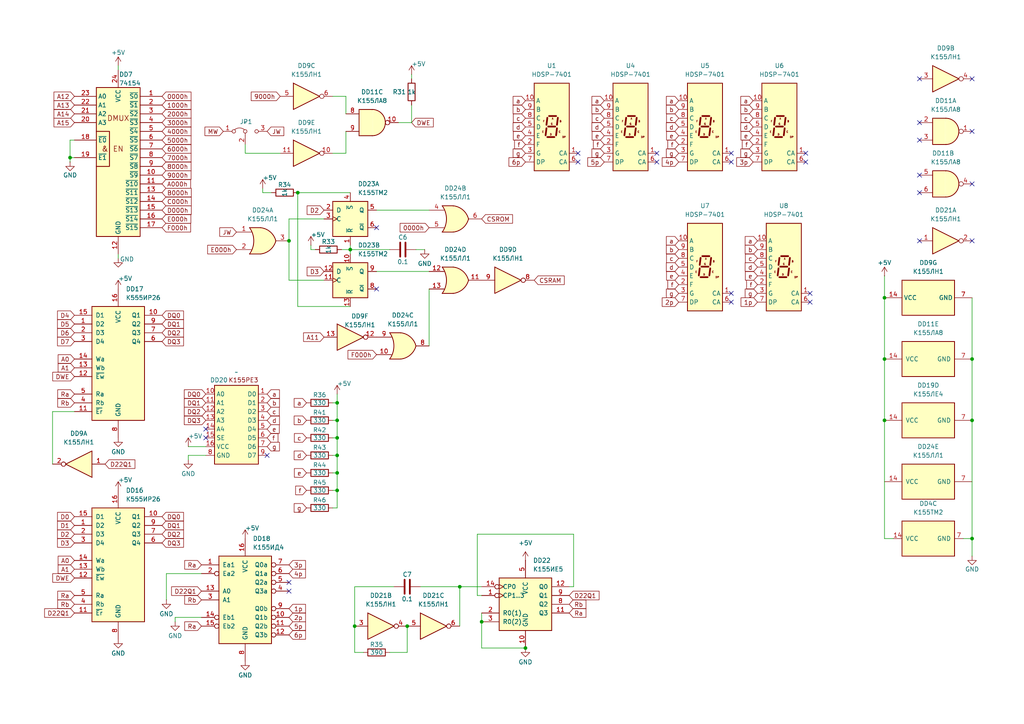
<source format=kicad_sch>
(kicad_sch (version 20231120) (generator "eeschema") (generator_version "8.0")
  (paper "A4")
  (junction (at 281.94 104.14))
  (junction (at 97.79 137.16))
  (junction (at 20.32 45.72))
  (junction (at 256.54 104.14))
  (junction (at 102.87 181.61))
  (junction (at 83.82 69.85))
  (junction (at 97.79 132.08))
  (junction (at 97.79 142.24))
  (junction (at 101.6 72.39))
  (junction (at 86.36 55.88))
  (junction (at 139.7 180.34))
  (junction (at 281.94 121.92))
  (junction (at 256.54 86.36))
  (junction (at 97.79 116.84))
  (junction (at 97.79 127))
  (junction (at 152.4 187.96))
  (junction (at 281.94 156.21))
  (junction (at 256.54 121.92))
  (junction (at 133.35 170.18))
  (junction (at 97.79 121.92))
  (junction (at 118.11 181.61))
  (no_connect (at 234.95 85.09))
  (no_connect (at 59.69 124.46))
  (no_connect (at 212.09 85.09))
  (no_connect (at 212.09 44.45))
  (no_connect (at 83.82 168.91))
  (no_connect (at 109.22 83.82))
  (no_connect (at 266.7 35.56))
  (no_connect (at 190.5 44.45))
  (no_connect (at 266.7 50.8))
  (no_connect (at 266.7 40.64))
  (no_connect (at 212.09 87.63))
  (no_connect (at 234.95 87.63))
  (no_connect (at 109.22 66.04))
  (no_connect (at 281.94 69.85))
  (no_connect (at 83.82 171.45))
  (no_connect (at 281.94 22.86))
  (no_connect (at 190.5 46.99))
  (no_connect (at 266.7 55.88))
  (no_connect (at 167.64 46.99))
  (no_connect (at 233.68 46.99))
  (no_connect (at 281.94 53.34))
  (no_connect (at 212.09 46.99))
  (no_connect (at 59.69 127))
  (no_connect (at 266.7 22.86))
  (no_connect (at 281.94 38.1))
  (no_connect (at 266.7 69.85))
  (no_connect (at 77.47 132.08))
  (no_connect (at 167.64 44.45))
  (no_connect (at 233.68 44.45))
  (wire (pts (xy 96.52 132.08) (xy 97.79 132.08)))
  (wire (pts (xy 83.82 81.28) (xy 83.82 69.85)))
  (wire (pts (xy 97.79 147.32) (xy 97.79 142.24)))
  (wire (pts (xy 97.79 121.92) (xy 97.79 116.84)))
  (wire (pts (xy 78.74 55.88) (xy 76.2 55.88)))
  (wire (pts (xy 101.6 71.12) (xy 101.6 72.39)))
  (wire (pts (xy 101.6 72.39) (xy 113.03 72.39)))
  (wire (pts (xy 59.69 132.08) (xy 54.61 132.08)))
  (wire (pts (xy 96.52 27.94) (xy 100.33 27.94)))
  (wire (pts (xy 76.2 55.88) (xy 76.2 54.61)))
  (wire (pts (xy 139.7 177.8) (xy 139.7 180.34)))
  (wire (pts (xy 34.29 73.66) (xy 34.29 74.93)))
  (wire (pts (xy 101.6 88.9) (xy 86.36 88.9)))
  (wire (pts (xy 81.28 44.45) (xy 71.12 44.45)))
  (wire (pts (xy 34.29 19.05) (xy 34.29 20.32)))
  (wire (pts (xy 114.3 170.18) (xy 102.87 170.18)))
  (wire (pts (xy 48.26 166.37) (xy 58.42 166.37)))
  (wire (pts (xy 259.08 156.21) (xy 256.54 156.21)))
  (wire (pts (xy 102.87 170.18) (xy 102.87 181.61)))
  (wire (pts (xy 15.24 119.38) (xy 21.59 119.38)))
  (wire (pts (xy 86.36 88.9) (xy 86.36 55.88)))
  (wire (pts (xy 50.8 179.07) (xy 58.42 179.07)))
  (wire (pts (xy 138.43 172.72) (xy 138.43 154.94)))
  (wire (pts (xy 166.37 154.94) (xy 166.37 170.18)))
  (wire (pts (xy 93.98 81.28) (xy 83.82 81.28)))
  (wire (pts (xy 100.33 27.94) (xy 100.33 33.02)))
  (wire (pts (xy 102.87 181.61) (xy 102.87 189.23)))
  (wire (pts (xy 86.36 55.88) (xy 101.6 55.88)))
  (wire (pts (xy 109.22 78.74) (xy 124.46 78.74)))
  (wire (pts (xy 90.17 72.39) (xy 90.17 71.12)))
  (wire (pts (xy 281.94 156.21) (xy 281.94 161.29)))
  (wire (pts (xy 48.26 173.99) (xy 48.26 166.37)))
  (wire (pts (xy 139.7 187.96) (xy 152.4 187.96)))
  (wire (pts (xy 119.38 30.48) (xy 119.38 35.56)))
  (wire (pts (xy 54.61 132.08) (xy 54.61 133.35)))
  (wire (pts (xy 166.37 170.18) (xy 165.1 170.18)))
  (wire (pts (xy 20.32 40.64) (xy 20.32 45.72)))
  (wire (pts (xy 71.12 44.45) (xy 71.12 41.91)))
  (wire (pts (xy 96.52 142.24) (xy 97.79 142.24)))
  (wire (pts (xy 113.03 189.23) (xy 118.11 189.23)))
  (wire (pts (xy 97.79 137.16) (xy 97.79 132.08)))
  (wire (pts (xy 118.11 189.23) (xy 118.11 181.61)))
  (wire (pts (xy 99.06 72.39) (xy 101.6 72.39)))
  (wire (pts (xy 83.82 63.5) (xy 83.82 69.85)))
  (wire (pts (xy 139.7 180.34) (xy 139.7 187.96)))
  (wire (pts (xy 256.54 80.01) (xy 256.54 86.36)))
  (wire (pts (xy 100.33 44.45) (xy 96.52 44.45)))
  (wire (pts (xy 133.35 170.18) (xy 133.35 181.61)))
  (wire (pts (xy 281.94 104.14) (xy 281.94 121.92)))
  (wire (pts (xy 281.94 86.36) (xy 281.94 104.14)))
  (wire (pts (xy 139.7 172.72) (xy 138.43 172.72)))
  (wire (pts (xy 96.52 127) (xy 97.79 127)))
  (wire (pts (xy 121.92 170.18) (xy 133.35 170.18)))
  (wire (pts (xy 91.44 72.39) (xy 90.17 72.39)))
  (wire (pts (xy 109.22 60.96) (xy 124.46 60.96)))
  (wire (pts (xy 119.38 35.56) (xy 115.57 35.56)))
  (wire (pts (xy 279.4 156.21) (xy 281.94 156.21)))
  (wire (pts (xy 133.35 170.18) (xy 139.7 170.18)))
  (wire (pts (xy 21.59 45.72) (xy 20.32 45.72)))
  (wire (pts (xy 96.52 121.92) (xy 97.79 121.92)))
  (wire (pts (xy 20.32 45.72) (xy 20.32 46.99)))
  (wire (pts (xy 21.59 40.64) (xy 20.32 40.64)))
  (wire (pts (xy 93.98 63.5) (xy 83.82 63.5)))
  (wire (pts (xy 97.79 127) (xy 97.79 121.92)))
  (wire (pts (xy 119.38 21.59) (xy 119.38 22.86)))
  (wire (pts (xy 15.24 119.38) (xy 15.24 134.62)))
  (wire (pts (xy 100.33 38.1) (xy 100.33 44.45)))
  (wire (pts (xy 97.79 116.84) (xy 96.52 116.84)))
  (wire (pts (xy 256.54 86.36) (xy 256.54 104.14)))
  (wire (pts (xy 101.6 72.39) (xy 101.6 73.66)))
  (wire (pts (xy 54.61 129.54) (xy 59.69 129.54)))
  (wire (pts (xy 96.52 137.16) (xy 97.79 137.16)))
  (wire (pts (xy 102.87 189.23) (xy 105.41 189.23)))
  (wire (pts (xy 256.54 121.92) (xy 256.54 156.21)))
  (wire (pts (xy 97.79 132.08) (xy 97.79 127)))
  (wire (pts (xy 96.52 147.32) (xy 97.79 147.32)))
  (wire (pts (xy 281.94 121.92) (xy 281.94 156.21)))
  (wire (pts (xy 50.8 179.07) (xy 50.8 180.34)))
  (wire (pts (xy 138.43 154.94) (xy 166.37 154.94)))
  (wire (pts (xy 124.46 83.82) (xy 124.46 100.33)))
  (wire (pts (xy 256.54 104.14) (xy 256.54 121.92)))
  (wire (pts (xy 97.79 114.3) (xy 97.79 116.84)))
  (wire (pts (xy 120.65 72.39) (xy 123.19 72.39)))
  (wire (pts (xy 97.79 142.24) (xy 97.79 137.16)))
  (global_label "d" (shape input) (at 88.9 132.08 180) (property "Intersheetrefs" "${INTERSHEET_REFS}" (effects (hide yes))))
  (global_label "C000h" (shape input) (at 46.99 58.42 0) (property "Intersheetrefs" "${INTERSHEET_REFS}" (effects (hide yes))))
  (global_label "D000h" (shape input) (at 46.99 60.96 0) (property "Intersheetrefs" "${INTERSHEET_REFS}" (effects (hide yes))))
  (global_label "DQ0" (shape input) (at 46.99 91.44 0) (property "Intersheetrefs" "${INTERSHEET_REFS}" (effects (hide yes))))
  (global_label "f" (shape input) (at 175.26 41.91 180) (property "Intersheetrefs" "${INTERSHEET_REFS}" (effects (hide yes))))
  (global_label "5000h" (shape input) (at 46.99 40.64 0) (property "Intersheetrefs" "${INTERSHEET_REFS}" (effects (hide yes))))
  (global_label "b" (shape input) (at 219.71 72.39 180) (property "Intersheetrefs" "${INTERSHEET_REFS}" (effects (hide yes))))
  (global_label "Ra" (shape input) (at 58.42 163.83 180) (property "Intersheetrefs" "${INTERSHEET_REFS}" (effects (hide yes))))
  (global_label "1000h" (shape input) (at 46.99 30.48 0) (property "Intersheetrefs" "${INTERSHEET_REFS}" (effects (hide yes))))
  (global_label "A1" (shape input) (at 21.59 106.68 180) (property "Intersheetrefs" "${INTERSHEET_REFS}" (effects (hide yes))))
  (global_label "E000h" (shape input) (at 46.99 63.5 0) (property "Intersheetrefs" "${INTERSHEET_REFS}" (effects (hide yes))))
  (global_label "g" (shape input) (at 219.71 85.09 180) (property "Intersheetrefs" "${INTERSHEET_REFS}" (effects (hide yes))))
  (global_label "7000h" (shape input) (at 46.99 45.72 0) (property "Intersheetrefs" "${INTERSHEET_REFS}" (effects (hide yes))))
  (global_label "2p" (shape input) (at 83.82 179.07 0) (property "Intersheetrefs" "${INTERSHEET_REFS}" (effects (hide yes))))
  (global_label "DWE" (shape input) (at 21.59 167.64 180) (property "Intersheetrefs" "${INTERSHEET_REFS}" (effects (hide yes))))
  (global_label "8000h" (shape input) (at 46.99 48.26 0) (property "Intersheetrefs" "${INTERSHEET_REFS}" (effects (hide yes))))
  (global_label "b" (shape input) (at 88.9 121.92 180) (property "Intersheetrefs" "${INTERSHEET_REFS}" (effects (hide yes))))
  (global_label "A13" (shape input) (at 21.59 30.48 180) (property "Intersheetrefs" "${INTERSHEET_REFS}" (effects (hide yes))))
  (global_label "D22Q1" (shape input) (at 58.42 171.45 180) (property "Intersheetrefs" "${INTERSHEET_REFS}" (effects (hide yes))))
  (global_label "A0" (shape input) (at 21.59 162.56 180) (property "Intersheetrefs" "${INTERSHEET_REFS}" (effects (hide yes))))
  (global_label "e" (shape input) (at 219.71 80.01 180) (property "Intersheetrefs" "${INTERSHEET_REFS}" (effects (hide yes))))
  (global_label "D3" (shape input) (at 93.98 78.74 180) (property "Intersheetrefs" "${INTERSHEET_REFS}" (effects (hide yes))))
  (global_label "CSRAM" (shape input) (at 154.94 81.28 0) (property "Intersheetrefs" "${INTERSHEET_REFS}" (effects (hide yes))))
  (global_label "A15" (shape input) (at 21.59 35.56 180) (property "Intersheetrefs" "${INTERSHEET_REFS}" (effects (hide yes))))
  (global_label "DQ2" (shape input) (at 46.99 96.52 0) (property "Intersheetrefs" "${INTERSHEET_REFS}" (effects (hide yes))))
  (global_label "JW" (shape input) (at 68.58 67.31 180) (property "Intersheetrefs" "${INTERSHEET_REFS}" (effects (hide yes))))
  (global_label "MW" (shape input) (at 64.77 38.1 180) (property "Intersheetrefs" "${INTERSHEET_REFS}" (effects (hide yes))))
  (global_label "1p" (shape input) (at 83.82 176.53 0) (property "Intersheetrefs" "${INTERSHEET_REFS}" (effects (hide yes))))
  (global_label "Ra" (shape input) (at 58.42 181.61 180) (property "Intersheetrefs" "${INTERSHEET_REFS}" (effects (hide yes))))
  (global_label "B000h" (shape input) (at 46.99 55.88 0) (property "Intersheetrefs" "${INTERSHEET_REFS}" (effects (hide yes))))
  (global_label "e" (shape input) (at 218.44 39.37 180) (property "Intersheetrefs" "${INTERSHEET_REFS}" (effects (hide yes))))
  (global_label "D4" (shape input) (at 21.59 91.44 180) (property "Intersheetrefs" "${INTERSHEET_REFS}" (effects (hide yes))))
  (global_label "e" (shape input) (at 77.47 124.46 0) (property "Intersheetrefs" "${INTERSHEET_REFS}" (effects (hide yes))))
  (global_label "a" (shape input) (at 196.85 29.21 180) (property "Intersheetrefs" "${INTERSHEET_REFS}" (effects (hide yes))))
  (global_label "Ra" (shape input) (at 21.59 114.3 180) (property "Intersheetrefs" "${INTERSHEET_REFS}" (effects (hide yes))))
  (global_label "DQ0" (shape input) (at 46.99 149.86 0) (property "Intersheetrefs" "${INTERSHEET_REFS}" (effects (hide yes))))
  (global_label "6000h" (shape input) (at 46.99 43.18 0) (property "Intersheetrefs" "${INTERSHEET_REFS}" (effects (hide yes))))
  (global_label "Rb" (shape input) (at 165.1 175.26 0) (property "Intersheetrefs" "${INTERSHEET_REFS}" (effects (hide yes))))
  (global_label "6p" (shape input) (at 83.82 184.15 0) (property "Intersheetrefs" "${INTERSHEET_REFS}" (effects (hide yes))))
  (global_label "f" (shape input) (at 218.44 41.91 180) (property "Intersheetrefs" "${INTERSHEET_REFS}" (effects (hide yes))))
  (global_label "e" (shape input) (at 88.9 137.16 180) (property "Intersheetrefs" "${INTERSHEET_REFS}" (effects (hide yes))))
  (global_label "3p" (shape input) (at 83.82 163.83 0) (property "Intersheetrefs" "${INTERSHEET_REFS}" (effects (hide yes))))
  (global_label "DQ3" (shape input) (at 46.99 99.06 0) (property "Intersheetrefs" "${INTERSHEET_REFS}" (effects (hide yes))))
  (global_label "c" (shape input) (at 218.44 34.29 180) (property "Intersheetrefs" "${INTERSHEET_REFS}" (effects (hide yes))))
  (global_label "d" (shape input) (at 77.47 121.92 0) (property "Intersheetrefs" "${INTERSHEET_REFS}" (effects (hide yes))))
  (global_label "D2" (shape input) (at 93.98 60.96 180) (property "Intersheetrefs" "${INTERSHEET_REFS}" (effects (hide yes))))
  (global_label "4p" (shape input) (at 196.85 46.99 180) (property "Intersheetrefs" "${INTERSHEET_REFS}" (effects (hide yes))))
  (global_label "A14" (shape input) (at 21.59 33.02 180) (property "Intersheetrefs" "${INTERSHEET_REFS}" (effects (hide yes))))
  (global_label "JW" (shape input) (at 77.47 38.1 0) (property "Intersheetrefs" "${INTERSHEET_REFS}" (effects (hide yes))))
  (global_label "b" (shape input) (at 218.44 31.75 180) (property "Intersheetrefs" "${INTERSHEET_REFS}" (effects (hide yes))))
  (global_label "2p" (shape input) (at 196.85 87.63 180) (property "Intersheetrefs" "${INTERSHEET_REFS}" (effects (hide yes))))
  (global_label "CSROM" (shape input) (at 139.7 63.5 0) (property "Intersheetrefs" "${INTERSHEET_REFS}" (effects (hide yes))))
  (global_label "3000h" (shape input) (at 46.99 35.56 0) (property "Intersheetrefs" "${INTERSHEET_REFS}" (effects (hide yes))))
  (global_label "d" (shape input) (at 196.85 36.83 180) (property "Intersheetrefs" "${INTERSHEET_REFS}" (effects (hide yes))))
  (global_label "4p" (shape input) (at 83.82 166.37 0) (property "Intersheetrefs" "${INTERSHEET_REFS}" (effects (hide yes))))
  (global_label "A11" (shape input) (at 93.98 97.79 180) (property "Intersheetrefs" "${INTERSHEET_REFS}" (effects (hide yes))))
  (global_label "e" (shape input) (at 196.85 39.37 180) (property "Intersheetrefs" "${INTERSHEET_REFS}" (effects (hide yes))))
  (global_label "1p" (shape input) (at 219.71 87.63 180) (property "Intersheetrefs" "${INTERSHEET_REFS}" (effects (hide yes))))
  (global_label "e" (shape input) (at 175.26 39.37 180) (property "Intersheetrefs" "${INTERSHEET_REFS}" (effects (hide yes))))
  (global_label "e" (shape input) (at 152.4 39.37 180) (property "Intersheetrefs" "${INTERSHEET_REFS}" (effects (hide yes))))
  (global_label "D1" (shape input) (at 21.59 152.4 180) (property "Intersheetrefs" "${INTERSHEET_REFS}" (effects (hide yes))))
  (global_label "c" (shape input) (at 175.26 34.29 180) (property "Intersheetrefs" "${INTERSHEET_REFS}" (effects (hide yes))))
  (global_label "d" (shape input) (at 152.4 36.83 180) (property "Intersheetrefs" "${INTERSHEET_REFS}" (effects (hide yes))))
  (global_label "9000h" (shape input) (at 81.28 27.94 180) (property "Intersheetrefs" "${INTERSHEET_REFS}" (effects (hide yes))))
  (global_label "f" (shape input) (at 196.85 82.55 180) (property "Intersheetrefs" "${INTERSHEET_REFS}" (effects (hide yes))))
  (global_label "f" (shape input) (at 152.4 41.91 180) (property "Intersheetrefs" "${INTERSHEET_REFS}" (effects (hide yes))))
  (global_label "f" (shape input) (at 219.71 82.55 180) (property "Intersheetrefs" "${INTERSHEET_REFS}" (effects (hide yes))))
  (global_label "DQ2" (shape input) (at 59.69 119.38 180) (property "Intersheetrefs" "${INTERSHEET_REFS}" (effects (hide yes))))
  (global_label "Ra" (shape input) (at 165.1 177.8 0) (property "Intersheetrefs" "${INTERSHEET_REFS}" (effects (hide yes))))
  (global_label "F000h" (shape input) (at 109.22 102.87 180) (property "Intersheetrefs" "${INTERSHEET_REFS}" (effects (hide yes))))
  (global_label "b" (shape input) (at 196.85 72.39 180) (property "Intersheetrefs" "${INTERSHEET_REFS}" (effects (hide yes))))
  (global_label "g" (shape input) (at 196.85 85.09 180) (property "Intersheetrefs" "${INTERSHEET_REFS}" (effects (hide yes))))
  (global_label "DQ3" (shape input) (at 46.99 157.48 0) (property "Intersheetrefs" "${INTERSHEET_REFS}" (effects (hide yes))))
  (global_label "b" (shape input) (at 196.85 31.75 180) (property "Intersheetrefs" "${INTERSHEET_REFS}" (effects (hide yes))))
  (global_label "D0" (shape input) (at 21.59 149.86 180) (property "Intersheetrefs" "${INTERSHEET_REFS}" (effects (hide yes))))
  (global_label "D22Q1" (shape input) (at 30.48 134.62 0) (property "Intersheetrefs" "${INTERSHEET_REFS}" (effects (hide yes))))
  (global_label "e" (shape input) (at 196.85 80.01 180) (property "Intersheetrefs" "${INTERSHEET_REFS}" (effects (hide yes))))
  (global_label "D22Q1" (shape input) (at 165.1 172.72 0) (property "Intersheetrefs" "${INTERSHEET_REFS}" (effects (hide yes))))
  (global_label "A12" (shape input) (at 21.59 27.94 180) (property "Intersheetrefs" "${INTERSHEET_REFS}" (effects (hide yes))))
  (global_label "g" (shape input) (at 152.4 44.45 180) (property "Intersheetrefs" "${INTERSHEET_REFS}" (effects (hide yes))))
  (global_label "d" (shape input) (at 196.85 77.47 180) (property "Intersheetrefs" "${INTERSHEET_REFS}" (effects (hide yes))))
  (global_label "D6" (shape input) (at 21.59 96.52 180) (property "Intersheetrefs" "${INTERSHEET_REFS}" (effects (hide yes))))
  (global_label "a" (shape input) (at 88.9 116.84 180) (property "Intersheetrefs" "${INTERSHEET_REFS}" (effects (hide yes))))
  (global_label "c" (shape input) (at 196.85 74.93 180) (property "Intersheetrefs" "${INTERSHEET_REFS}" (effects (hide yes))))
  (global_label "a" (shape input) (at 219.71 69.85 180) (property "Intersheetrefs" "${INTERSHEET_REFS}" (effects (hide yes))))
  (global_label "6p" (shape input) (at 152.4 46.99 180) (property "Intersheetrefs" "${INTERSHEET_REFS}" (effects (hide yes))))
  (global_label "Rb" (shape input) (at 58.42 173.99 180) (property "Intersheetrefs" "${INTERSHEET_REFS}" (effects (hide yes))))
  (global_label "g" (shape input) (at 196.85 44.45 180) (property "Intersheetrefs" "${INTERSHEET_REFS}" (effects (hide yes))))
  (global_label "g" (shape input) (at 77.47 129.54 0) (property "Intersheetrefs" "${INTERSHEET_REFS}" (effects (hide yes))))
  (global_label "DWE" (shape input) (at 21.59 109.22 180) (property "Intersheetrefs" "${INTERSHEET_REFS}" (effects (hide yes))))
  (global_label "g" (shape input) (at 88.9 147.32 180) (property "Intersheetrefs" "${INTERSHEET_REFS}" (effects (hide yes))))
  (global_label "a" (shape input) (at 77.47 114.3 0) (property "Intersheetrefs" "${INTERSHEET_REFS}" (effects (hide yes))))
  (global_label "DQ1" (shape input) (at 59.69 116.84 180) (property "Intersheetrefs" "${INTERSHEET_REFS}" (effects (hide yes))))
  (global_label "f" (shape input) (at 88.9 142.24 180) (property "Intersheetrefs" "${INTERSHEET_REFS}" (effects (hide yes))))
  (global_label "A000h" (shape input) (at 46.99 53.34 0) (property "Intersheetrefs" "${INTERSHEET_REFS}" (effects (hide yes))))
  (global_label "g" (shape input) (at 175.26 44.45 180) (property "Intersheetrefs" "${INTERSHEET_REFS}" (effects (hide yes))))
  (global_label "DQ2" (shape input) (at 46.99 154.94 0) (property "Intersheetrefs" "${INTERSHEET_REFS}" (effects (hide yes))))
  (global_label "b" (shape input) (at 77.47 116.84 0) (property "Intersheetrefs" "${INTERSHEET_REFS}" (effects (hide yes))))
  (global_label "Rb" (shape input) (at 21.59 175.26 180) (property "Intersheetrefs" "${INTERSHEET_REFS}" (effects (hide yes))))
  (global_label "A1" (shape input) (at 21.59 165.1 180) (property "Intersheetrefs" "${INTERSHEET_REFS}" (effects (hide yes))))
  (global_label "2000h" (shape input) (at 46.99 33.02 0) (property "Intersheetrefs" "${INTERSHEET_REFS}" (effects (hide yes))))
  (global_label "c" (shape input) (at 219.71 74.93 180) (property "Intersheetrefs" "${INTERSHEET_REFS}" (effects (hide yes))))
  (global_label "d" (shape input) (at 175.26 36.83 180) (property "Intersheetrefs" "${INTERSHEET_REFS}" (effects (hide yes))))
  (global_label "D7" (shape input) (at 21.59 99.06 180) (property "Intersheetrefs" "${INTERSHEET_REFS}" (effects (hide yes))))
  (global_label "0000h" (shape input) (at 124.46 66.04 180) (property "Intersheetrefs" "${INTERSHEET_REFS}" (effects (hide yes))))
  (global_label "D3" (shape input) (at 21.59 157.48 180) (property "Intersheetrefs" "${INTERSHEET_REFS}" (effects (hide yes))))
  (global_label "a" (shape input) (at 218.44 29.21 180) (property "Intersheetrefs" "${INTERSHEET_REFS}" (effects (hide yes))))
  (global_label "DQ1" (shape input) (at 46.99 93.98 0) (property "Intersheetrefs" "${INTERSHEET_REFS}" (effects (hide yes))))
  (global_label "0000h" (shape input) (at 46.99 27.94 0) (property "Intersheetrefs" "${INTERSHEET_REFS}" (effects (hide yes))))
  (global_label "g" (shape input) (at 218.44 44.45 180) (property "Intersheetrefs" "${INTERSHEET_REFS}" (effects (hide yes))))
  (global_label "f" (shape input) (at 196.85 41.91 180) (property "Intersheetrefs" "${INTERSHEET_REFS}" (effects (hide yes))))
  (global_label "d" (shape input) (at 218.44 36.83 180) (property "Intersheetrefs" "${INTERSHEET_REFS}" (effects (hide yes))))
  (global_label "a" (shape input) (at 196.85 69.85 180) (property "Intersheetrefs" "${INTERSHEET_REFS}" (effects (hide yes))))
  (global_label "c" (shape input) (at 152.4 34.29 180) (property "Intersheetrefs" "${INTERSHEET_REFS}" (effects (hide yes))))
  (global_label "3p" (shape input) (at 218.44 46.99 180) (property "Intersheetrefs" "${INTERSHEET_REFS}" (effects (hide yes))))
  (global_label "DQ3" (shape input) (at 59.69 121.92 180) (property "Intersheetrefs" "${INTERSHEET_REFS}" (effects (hide yes))))
  (global_label "DWE" (shape input) (at 119.38 35.56 0) (property "Intersheetrefs" "${INTERSHEET_REFS}" (effects (hide yes))))
  (global_label "DQ1" (shape input) (at 46.99 152.4 0) (property "Intersheetrefs" "${INTERSHEET_REFS}" (effects (hide yes))))
  (global_label "a" (shape input) (at 152.4 29.21 180) (property "Intersheetrefs" "${INTERSHEET_REFS}" (effects (hide yes))))
  (global_label "9000h" (shape input) (at 46.99 50.8 0) (property "Intersheetrefs" "${INTERSHEET_REFS}" (effects (hide yes))))
  (global_label "D22Q1" (shape input) (at 21.59 177.8 180) (property "Intersheetrefs" "${INTERSHEET_REFS}" (effects (hide yes))))
  (global_label "5p" (shape input) (at 83.82 181.61 0) (property "Intersheetrefs" "${INTERSHEET_REFS}" (effects (hide yes))))
  (global_label "DQ0" (shape input) (at 59.69 114.3 180) (property "Intersheetrefs" "${INTERSHEET_REFS}" (effects (hide yes))))
  (global_label "A0" (shape input) (at 21.59 104.14 180) (property "Intersheetrefs" "${INTERSHEET_REFS}" (effects (hide yes))))
  (global_label "Ra" (shape input) (at 21.59 172.72 180) (property "Intersheetrefs" "${INTERSHEET_REFS}" (effects (hide yes))))
  (global_label "b" (shape input) (at 152.4 31.75 180) (property "Intersheetrefs" "${INTERSHEET_REFS}" (effects (hide yes))))
  (global_label "F000h" (shape input) (at 46.99 66.04 0) (property "Intersheetrefs" "${INTERSHEET_REFS}" (effects (hide yes))))
  (global_label "c" (shape input) (at 196.85 34.29 180) (property "Intersheetrefs" "${INTERSHEET_REFS}" (effects (hide yes))))
  (global_label "D2" (shape input) (at 21.59 154.94 180) (property "Intersheetrefs" "${INTERSHEET_REFS}" (effects (hide yes))))
  (global_label "f" (shape input) (at 77.47 127 0) (property "Intersheetrefs" "${INTERSHEET_REFS}" (effects (hide yes))))
  (global_label "a" (shape input) (at 175.26 29.21 180) (property "Intersheetrefs" "${INTERSHEET_REFS}" (effects (hide yes))))
  (global_label "D5" (shape input) (at 21.59 93.98 180) (property "Intersheetrefs" "${INTERSHEET_REFS}" (effects (hide yes))))
  (global_label "Rb" (shape input) (at 21.59 116.84 180) (property "Intersheetrefs" "${INTERSHEET_REFS}" (effects (hide yes))))
  (global_label "d" (shape input) (at 219.71 77.47 180) (property "Intersheetrefs" "${INTERSHEET_REFS}" (effects (hide yes))))
  (global_label "c" (shape input) (at 88.9 127 180) (property "Intersheetrefs" "${INTERSHEET_REFS}" (effects (hide yes))))
  (global_label "4000h" (shape input) (at 46.99 38.1 0) (property "Intersheetrefs" "${INTERSHEET_REFS}" (effects (hide yes))))
  (global_label "5p" (shape input) (at 175.26 46.99 180) (property "Intersheetrefs" "${INTERSHEET_REFS}" (effects (hide yes))))
  (global_label "b" (shape input) (at 175.26 31.75 180) (property "Intersheetrefs" "${INTERSHEET_REFS}" (effects (hide yes))))
  (global_label "E000h" (shape input) (at 68.58 72.39 180) (property "Intersheetrefs" "${INTERSHEET_REFS}" (effects (hide yes))))
  (global_label "c" (shape input) (at 77.47 119.38 0) (property "Intersheetrefs" "${INTERSHEET_REFS}" (effects (hide yes))))
  (symbol (lib_id "power:+5V") (at 34.29 142.24 0) (unit 1)
    (property "Reference" "#PWR066" (effects (hide yes)))
    (property "Value" "+5V" (at 36.322 139.192 0))
    (property "Description" "Power symbol creates a global label with name \"+5V\"" (effects (hide yes)))
  )
  (symbol (lib_id "Device:R") (at 82.55 55.88 270) (unit 1)
    (property "Reference" "R34" (at 82.55 53.594 90))
    (property "Value" "1k" (at 82.55 55.88 0))
    (property "Footprint" "Resistor_THT:R_Axial_DIN0204_L3.6mm_D1.6mm_P5.08mm_Horizontal" (effects (hide yes)))
    (property "Description" "Resistor" (effects (hide yes)))
  )
  (symbol (lib_id "74xx:74LS32") (at 132.08 81.28 0) (unit 4)
    (property "Reference" "DD24" (at 132.08 72.39 0))
    (property "Value" "К155ЛЛ1" (at 132.08 74.93 0))
    (property "Datasheet" "http://www.ti.com/lit/gpn/sn74LS32" (effects (hide yes)))
    (property "Description" "Quad 2-input OR" (effects (hide yes)))
  )
  (symbol (lib_id "Device:C") (at 118.11 170.18 90) (unit 1)
    (property "Reference" "C7" (at 118.11 166.624 90))
    (property "Value" "0.1" (at 118.11 173.736 90))
    (property "Description" "Unpolarized capacitor" (effects (hide yes)))
  )
  (symbol (lib_id "cccp:к155ре3") (at 62.23 110.49 0) (unit 1)
    (property "Reference" "DD20" (at 63.5 110.236 0))
    (property "Value" "~" (at 68.58 107.95 0))
  )
  (symbol (lib_id "power:+5V") (at 76.2 54.61 0) (unit 1)
    (property "Reference" "#PWR055" (effects (hide yes)))
    (property "Value" "+5V" (at 78.232 51.562 0))
    (property "Description" "Power symbol creates a global label with name \"+5V\"" (effects (hide yes)))
  )
  (symbol (lib_id "Device:R") (at 92.71 132.08 270) (unit 1)
    (property "Reference" "R43" (at 92.71 129.794 90))
    (property "Value" "330" (at 92.71 132.08 90))
    (property "Footprint" "Resistor_THT:R_Axial_DIN0204_L3.6mm_D1.6mm_P5.08mm_Horizontal" (effects (hide yes)))
    (property "Description" "Resistor" (effects (hide yes)))
  )
  (symbol (lib_id "74xx:74LS01") (at 269.24 104.14 90) (unit 5)
    (property "Reference" "DD11" (at 269.24 93.98 90))
    (property "Value" "К155ЛА8" (at 269.24 96.52 90))
    (property "Datasheet" "http://www.nteinc.com/specs/7400to7499/pdf/nte74LS01.pdf" (effects (hide yes)))
    (property "Description" "quad 2-input NAND gate, open collector outputs NRND" (effects (hide yes)))
  )
  (symbol (lib_id "74xx:74LS74") (at 101.6 63.5 0) (unit 1)
    (property "Reference" "DD23" (at 103.7941 53.34 0) (effects (justify left)))
    (property "Value" "К155ТМ2" (at 103.7941 55.88 0) (effects (justify left)))
    (property "Datasheet" "74xx/74hc_hct74.pdf" (effects (hide yes)))
    (property "Description" "Dual D Flip-flop, Set & Reset" (effects (hide yes)))
  )
  (symbol (lib_id "Display_Character:HDSP-7401") (at 227.33 77.47 0) (unit 1)
    (property "Reference" "U8" (at 227.33 59.69 0))
    (property "Value" "HDSP-7401" (at 227.33 62.23 0))
    (property "Footprint" "Display_7Segment:HDSP-7401" (effects (hide yes)))
    (property "Datasheet" "https://docs.broadcom.com/docs/AV02-2553EN" (effects (hide yes)))
    (property "Description" "One digit 7 segment yellow, common anode" (effects (hide yes)))
  )
  (symbol (lib_id "74xx:74LS04") (at 269.24 86.36 90) (unit 7)
    (property "Reference" "DD9" (at 269.24 76.2 90))
    (property "Value" "К155ЛН1" (at 269.24 78.74 90))
    (property "Datasheet" "http://www.ti.com/lit/gpn/sn74LS04" (effects (hide yes)))
    (property "Description" "Hex Inverter" (effects (hide yes)))
  )
  (symbol (lib_id "power:+5V") (at 54.61 129.54 0) (unit 1)
    (property "Reference" "#PWR071" (effects (hide yes)))
    (property "Value" "+5V" (at 56.642 126.492 0))
    (property "Description" "Power symbol creates a global label with name \"+5V\"" (effects (hide yes)))
  )
  (symbol (lib_id "power:+5V") (at 256.54 80.01 0) (unit 1)
    (property "Reference" "#PWR053" (effects (hide yes)))
    (property "Value" "+5V" (at 256.54 76.2 0))
    (property "Description" "Power symbol creates a global label with name \"+5V\"" (effects (hide yes)))
  )
  (symbol (lib_id "74xx:74LS04") (at 22.86 134.62 180) (unit 1)
    (property "Reference" "DD9" (at 22.86 125.73 0))
    (property "Value" "К155ЛН1" (at 22.86 128.27 0))
    (property "Datasheet" "http://www.ti.com/lit/gpn/sn74LS04" (effects (hide yes)))
    (property "Description" "Hex Inverter" (effects (hide yes)))
  )
  (symbol (lib_id "74xx:74LS01") (at 274.32 38.1 0) (unit 1)
    (property "Reference" "DD11" (at 274.3117 29.21 0))
    (property "Value" "К155ЛА8" (at 274.3117 31.75 0))
    (property "Datasheet" "http://www.nteinc.com/specs/7400to7499/pdf/nte74LS01.pdf" (effects (hide yes)))
    (property "Description" "quad 2-input NAND gate, open collector outputs NRND" (effects (hide yes)))
  )
  (symbol (lib_id "Display_Character:HDSP-7401") (at 204.47 77.47 0) (unit 1)
    (property "Reference" "U7" (at 204.47 59.69 0))
    (property "Value" "HDSP-7401" (at 204.47 62.23 0))
    (property "Footprint" "Display_7Segment:HDSP-7401" (effects (hide yes)))
    (property "Datasheet" "https://docs.broadcom.com/docs/AV02-2553EN" (effects (hide yes)))
    (property "Description" "One digit 7 segment yellow, common anode" (effects (hide yes)))
  )
  (symbol (lib_id "power:GND") (at 20.32 46.99 0) (unit 1)
    (property "Reference" "#PWR017" (effects (hide yes)))
    (property "Value" "GND" (at 20.32 50.8 0))
    (property "Description" "Power symbol creates a global label with name \"GND\" , ground" (effects (hide yes)))
  )
  (symbol (lib_id "Device:R") (at 92.71 127 270) (unit 1)
    (property "Reference" "R42" (at 92.71 124.714 90))
    (property "Value" "330" (at 92.71 127 90))
    (property "Footprint" "Resistor_THT:R_Axial_DIN0204_L3.6mm_D1.6mm_P5.08mm_Horizontal" (effects (hide yes)))
    (property "Description" "Resistor" (effects (hide yes)))
  )
  (symbol (lib_id "power:+5V") (at 71.12 156.21 0) (unit 1)
    (property "Reference" "#PWR061" (effects (hide yes)))
    (property "Value" "+5V" (at 73.152 153.162 0))
    (property "Description" "Power symbol creates a global label with name \"+5V\"" (effects (hide yes)))
  )
  (symbol (lib_id "74xx:74LS32") (at 116.84 100.33 0) (unit 3)
    (property "Reference" "DD24" (at 116.84 91.44 0))
    (property "Value" "К155ЛЛ1" (at 116.84 93.98 0))
    (property "Datasheet" "http://www.ti.com/lit/gpn/sn74LS32" (effects (hide yes)))
    (property "Description" "Quad 2-input OR" (effects (hide yes)))
  )
  (symbol (lib_id "power:GND") (at 281.94 161.29 0) (unit 1)
    (property "Reference" "#PWR052" (effects (hide yes)))
    (property "Value" "GND" (at 281.94 165.1 0))
    (property "Description" "Power symbol creates a global label with name \"GND\" , ground" (effects (hide yes)))
  )
  (symbol (lib_id "74xx:74LS01") (at 274.32 53.34 0) (unit 2)
    (property "Reference" "DD11" (at 273.558 44.45 0))
    (property "Value" "К155ЛА8" (at 274.3117 46.99 0))
    (property "Datasheet" "http://www.nteinc.com/specs/7400to7499/pdf/nte74LS01.pdf" (effects (hide yes)))
    (property "Description" "quad 2-input NAND gate, open collector outputs NRND" (effects (hide yes)))
  )
  (symbol (lib_id "power:GND") (at 54.61 133.35 0) (unit 1)
    (property "Reference" "#PWR070" (effects (hide yes)))
    (property "Value" "GND" (at 54.61 137.414 0))
    (property "Description" "Power symbol creates a global label with name \"GND\" , ground" (effects (hide yes)))
  )
  (symbol (lib_id "Display_Character:HDSP-7401") (at 204.47 36.83 0) (unit 1)
    (property "Reference" "U5" (at 204.47 19.05 0))
    (property "Value" "HDSP-7401" (at 204.47 21.59 0))
    (property "Footprint" "Display_7Segment:HDSP-7401" (effects (hide yes)))
    (property "Datasheet" "https://docs.broadcom.com/docs/AV02-2553EN" (effects (hide yes)))
    (property "Description" "One digit 7 segment yellow, common anode" (effects (hide yes)))
  )
  (symbol (lib_id "power:+5V") (at 34.29 19.05 0) (unit 1)
    (property "Reference" "#PWR018" (effects (hide yes)))
    (property "Value" "+5V" (at 34.29 15.24 0))
    (property "Description" "Power symbol creates a global label with name \"+5V\"" (effects (hide yes)))
  )
  (symbol (lib_id "power:+5V") (at 119.38 21.59 0) (unit 1)
    (property "Reference" "#PWR054" (effects (hide yes)))
    (property "Value" "+5V" (at 121.412 18.542 0))
    (property "Description" "Power symbol creates a global label with name \"+5V\"" (effects (hide yes)))
  )
  (symbol (lib_id "74xx:74LS04") (at 88.9 27.94 0) (unit 3)
    (property "Reference" "DD9" (at 88.9 19.05 0))
    (property "Value" "К155ЛН1" (at 88.9 21.59 0))
    (property "Datasheet" "http://www.ti.com/lit/gpn/sn74LS04" (effects (hide yes)))
    (property "Description" "Hex Inverter" (effects (hide yes)))
  )
  (symbol (lib_id "power:GND") (at 34.29 185.42 0) (unit 1)
    (property "Reference" "#PWR067" (effects (hide yes)))
    (property "Value" "GND" (at 34.29 189.484 0))
    (property "Description" "Power symbol creates a global label with name \"GND\" , ground" (effects (hide yes)))
  )
  (symbol (lib_id "74xx:74LS32") (at 76.2 69.85 0) (unit 1)
    (property "Reference" "DD24" (at 76.2 60.96 0))
    (property "Value" "К155ЛЛ1" (at 76.2 63.5 0))
    (property "Datasheet" "http://www.ti.com/lit/gpn/sn74LS32" (effects (hide yes)))
    (property "Description" "Quad 2-input OR" (effects (hide yes)))
  )
  (symbol (lib_id "Device:R") (at 92.71 142.24 270) (unit 1)
    (property "Reference" "R45" (at 92.71 139.954 90))
    (property "Value" "330" (at 92.71 142.24 90))
    (property "Footprint" "Resistor_THT:R_Axial_DIN0204_L3.6mm_D1.6mm_P5.08mm_Horizontal" (effects (hide yes)))
    (property "Description" "Resistor" (effects (hide yes)))
  )
  (symbol (lib_id "74xx:74LS04") (at 101.6 97.79 0) (unit 6)
    (property "Reference" "DD9" (at 104.394 91.694 0))
    (property "Value" "К155ЛН1" (at 104.394 94.234 0))
    (property "Datasheet" "http://www.ti.com/lit/gpn/sn74LS04" (effects (hide yes)))
    (property "Description" "Hex Inverter" (effects (hide yes)))
  )
  (symbol (lib_id "power:GND") (at 34.29 74.93 0) (unit 1)
    (property "Reference" "#PWR019" (effects (hide yes)))
    (property "Value" "GND" (at 36.83 75.184 0))
    (property "Description" "Power symbol creates a global label with name \"GND\" , ground" (effects (hide yes)))
  )
  (symbol (lib_id "74xx:74LS27") (at 269.24 121.92 90) (unit 4)
    (property "Reference" "DD19" (at 269.24 111.76 90))
    (property "Value" "К155ЛЕ4" (at 269.24 114.3 90))
    (property "Datasheet" "http://www.ti.com/lit/gpn/sn74LS27" (effects (hide yes)))
    (property "Description" "Triple 3-input NOR" (effects (hide yes)))
  )
  (symbol (lib_id "74xx:74LS01") (at 107.95 35.56 0) (unit 3)
    (property "Reference" "DD11" (at 107.9417 26.67 0))
    (property "Value" "К155ЛА8" (at 107.9417 29.21 0))
    (property "Datasheet" "http://www.nteinc.com/specs/7400to7499/pdf/nte74LS01.pdf" (effects (hide yes)))
    (property "Description" "quad 2-input NAND gate, open collector outputs NRND" (effects (hide yes)))
  )
  (symbol (lib_id "power:+5V") (at 152.4 162.56 0) (unit 1)
    (property "Reference" "#PWR069" (effects (hide yes)))
    (property "Value" "+5V" (at 152.4 157.48 0))
    (property "Description" "Power symbol creates a global label with name \"+5V\"" (effects (hide yes)))
  )
  (symbol (lib_id "74xx:74LS32") (at 269.24 139.7 90) (unit 5)
    (property "Reference" "DD24" (at 269.24 129.54 90))
    (property "Value" "К155ЛЛ1" (at 269.24 132.08 90))
    (property "Datasheet" "http://www.ti.com/lit/gpn/sn74LS32" (effects (hide yes)))
    (property "Description" "Quad 2-input OR" (effects (hide yes)))
  )
  (symbol (lib_id "74xx:74LS04") (at 274.32 69.85 0) (unit 1)
    (property "Reference" "DD21" (at 274.32 60.96 0))
    (property "Value" "К155ЛН1" (at 274.32 63.5 0))
    (property "Datasheet" "http://www.ti.com/lit/gpn/sn74LS04" (effects (hide yes)))
    (property "Description" "Hex Inverter" (effects (hide yes)))
  )
  (symbol (lib_id "74xx:74LS04") (at 88.9 44.45 0) (unit 5)
    (property "Reference" "DD9" (at 88.9 35.56 0))
    (property "Value" "К155ЛН1" (at 88.9 38.1 0))
    (property "Datasheet" "http://www.ti.com/lit/gpn/sn74LS04" (effects (hide yes)))
    (property "Description" "Hex Inverter" (effects (hide yes)))
  )
  (symbol (lib_id "power:+5V") (at 97.79 114.3 0) (unit 1)
    (property "Reference" "#PWR072" (effects (hide yes)))
    (property "Value" "+5V" (at 99.822 111.252 0))
    (property "Description" "Power symbol creates a global label with name \"+5V\"" (effects (hide yes)))
  )
  (symbol (lib_id "power:GND") (at 50.8 180.34 0) (unit 1)
    (property "Reference" "#PWR064" (effects (hide yes)))
    (property "Value" "GND" (at 50.8 184.404 0))
    (property "Description" "Power symbol creates a global label with name \"GND\" , ground" (effects (hide yes)))
  )
  (symbol (lib_id "power:GND") (at 123.19 72.39 0) (unit 1)
    (property "Reference" "#PWR056" (effects (hide yes)))
    (property "Value" "GND" (at 123.19 76.454 0))
    (property "Description" "Power symbol creates a global label with name \"GND\" , ground" (effects (hide yes)))
  )
  (symbol (lib_id "power:GND") (at 48.26 173.99 0) (unit 1)
    (property "Reference" "#PWR063" (effects (hide yes)))
    (property "Value" "GND" (at 48.26 178.054 0))
    (property "Description" "Power symbol creates a global label with name \"GND\" , ground" (effects (hide yes)))
  )
  (symbol (lib_id "power:+5V") (at 34.29 83.82 0) (unit 1)
    (property "Reference" "#PWR065" (effects (hide yes)))
    (property "Value" "+5V" (at 36.322 80.772 0))
    (property "Description" "Power symbol creates a global label with name \"+5V\"" (effects (hide yes)))
  )
  (symbol (lib_id "74xx:74LS04") (at 125.73 181.61 0) (unit 3)
    (property "Reference" "DD21" (at 125.73 172.72 0))
    (property "Value" "К155ЛН1" (at 125.73 175.26 0))
    (property "Datasheet" "http://www.ti.com/lit/gpn/sn74LS04" (effects (hide yes)))
    (property "Description" "Hex Inverter" (effects (hide yes)))
  )
  (symbol (lib_id "74xx:74LS74") (at 269.24 156.21 90) (unit 3)
    (property "Reference" "DD4" (at 269.24 146.05 90))
    (property "Value" "К155ТМ2" (at 269.24 148.59 90))
    (property "Datasheet" "74xx/74hc_hct74.pdf" (effects (hide yes)))
    (property "Description" "Dual D Flip-flop, Set & Reset" (effects (hide yes)))
  )
  (symbol (lib_id "74xx:74LS670") (at 34.29 162.56 0) (unit 1)
    (property "Reference" "DD16" (at 36.4841 142.24 0) (effects (justify left)))
    (property "Value" "К555ИР26" (at 36.4841 144.78 0) (effects (justify left)))
    (property "Datasheet" "http://www.ti.com/lit/gpn/sn74LS670" (effects (hide yes)))
    (property "Description" "4 x 4 Register Files 3-State Outputs" (effects (hide yes)))
  )
  (symbol (lib_id "74xx:74LS155") (at 71.12 173.99 0) (unit 1)
    (property "Reference" "DD18" (at 73.3141 156.21 0) (effects (justify left)))
    (property "Value" "К155ИД4" (at 73.3141 158.75 0) (effects (justify left)))
    (property "Datasheet" "http://www.ti.com/lit/gpn/sn74LS155" (effects (hide yes)))
    (property "Description" "Dual 2 to 4 lines Decoder/Demultiplexer" (effects (hide yes)))
  )
  (symbol (lib_id "74xx:74LS74") (at 101.6 81.28 0) (unit 2)
    (property "Reference" "DD23" (at 103.7941 71.12 0) (effects (justify left)))
    (property "Value" "К155ТМ2" (at 103.7941 73.66 0) (effects (justify left)))
    (property "Datasheet" "74xx/74hc_hct74.pdf" (effects (hide yes)))
    (property "Description" "Dual D Flip-flop, Set & Reset" (effects (hide yes)))
  )
  (symbol (lib_id "Device:R") (at 92.71 116.84 270) (unit 1)
    (property "Reference" "R36" (at 92.71 114.554 90))
    (property "Value" "330" (at 92.71 116.84 90))
    (property "Footprint" "Resistor_THT:R_Axial_DIN0204_L3.6mm_D1.6mm_P5.08mm_Horizontal" (effects (hide yes)))
    (property "Description" "Resistor" (effects (hide yes)))
  )
  (symbol (lib_id "power:GND") (at 34.29 127 0) (unit 1)
    (property "Reference" "#PWR068" (effects (hide yes)))
    (property "Value" "GND" (at 34.29 131.064 0))
    (property "Description" "Power symbol creates a global label with name \"GND\" , ground" (effects (hide yes)))
  )
  (symbol (lib_id "74xx:74LS93") (at 152.4 175.26 0) (unit 1)
    (property "Reference" "DD22" (at 154.5941 162.56 0) (effects (justify left)))
    (property "Value" "К155ИЕ5" (at 154.5941 165.1 0) (effects (justify left)))
    (property "Datasheet" "http://www.ti.com/lit/gpn/sn74LS93" (effects (hide yes)))
    (property "Description" "Divide by 2 & 8 counter" (effects (hide yes)))
  )
  (symbol (lib_id "Device:R") (at 92.71 121.92 270) (unit 1)
    (property "Reference" "R41" (at 92.71 119.634 90))
    (property "Value" "330" (at 92.71 121.92 90))
    (property "Footprint" "Resistor_THT:R_Axial_DIN0204_L3.6mm_D1.6mm_P5.08mm_Horizontal" (effects (hide yes)))
    (property "Description" "Resistor" (effects (hide yes)))
  )
  (symbol (lib_id "power:GND") (at 152.4 187.96 0) (unit 1)
    (property "Reference" "#PWR062" (effects (hide yes)))
    (property "Value" "GND" (at 152.4 192.024 0))
    (property "Description" "Power symbol creates a global label with name \"GND\" , ground" (effects (hide yes)))
  )
  (symbol (lib_id "74xx:74LS32") (at 132.08 63.5 0) (unit 2)
    (property "Reference" "DD24" (at 132.08 54.61 0))
    (property "Value" "К155ЛЛ1" (at 132.08 57.15 0))
    (property "Datasheet" "http://www.ti.com/lit/gpn/sn74LS32" (effects (hide yes)))
    (property "Description" "Quad 2-input OR" (effects (hide yes)))
  )
  (symbol (lib_id "Device:R") (at 95.25 72.39 270) (unit 1)
    (property "Reference" "R33" (at 95.25 70.104 90))
    (property "Value" "1k" (at 95.25 72.39 0))
    (property "Footprint" "Resistor_THT:R_Axial_DIN0204_L3.6mm_D1.6mm_P5.08mm_Horizontal" (effects (hide yes)))
    (property "Description" "Resistor" (effects (hide yes)))
  )
  (symbol (lib_id "power:GND") (at 71.12 191.77 0) (unit 1)
    (property "Reference" "#PWR060" (effects (hide yes)))
    (property "Value" "GND" (at 71.12 195.834 0))
    (property "Description" "Power symbol creates a global label with name \"GND\" , ground" (effects (hide yes)))
  )
  (symbol (lib_id "74xx:74LS04") (at 274.32 22.86 0) (unit 2)
    (property "Reference" "DD9" (at 274.32 13.97 0))
    (property "Value" "К155ЛН1" (at 274.32 16.51 0))
    (property "Datasheet" "http://www.ti.com/lit/gpn/sn74LS04" (effects (hide yes)))
    (property "Description" "Hex Inverter" (effects (hide yes)))
  )
  (symbol (lib_id "Display_Character:HDSP-7401") (at 160.02 36.83 0) (unit 1)
    (property "Reference" "U1" (at 160.02 19.05 0))
    (property "Value" "HDSP-7401" (at 160.02 21.59 0))
    (property "Footprint" "Display_7Segment:HDSP-7401" (effects (hide yes)))
    (property "Datasheet" "https://docs.broadcom.com/docs/AV02-2553EN" (effects (hide yes)))
    (property "Description" "One digit 7 segment yellow, common anode" (effects (hide yes)))
  )
  (symbol (lib_id "Display_Character:HDSP-7401") (at 226.06 36.83 0) (unit 1)
    (property "Reference" "U6" (at 226.06 19.05 0))
    (property "Value" "HDSP-7401" (at 226.06 21.59 0))
    (property "Footprint" "Display_7Segment:HDSP-7401" (effects (hide yes)))
    (property "Datasheet" "https://docs.broadcom.com/docs/AV02-2553EN" (effects (hide yes)))
    (property "Description" "One digit 7 segment yellow, common anode" (effects (hide yes)))
  )
  (symbol (lib_id "Display_Character:HDSP-7401") (at 182.88 36.83 0) (unit 1)
    (property "Reference" "U4" (at 182.88 19.05 0))
    (property "Value" "HDSP-7401" (at 182.88 21.59 0))
    (property "Footprint" "Display_7Segment:HDSP-7401" (effects (hide yes)))
    (property "Datasheet" "https://docs.broadcom.com/docs/AV02-2553EN" (effects (hide yes)))
    (property "Description" "One digit 7 segment yellow, common anode" (effects (hide yes)))
  )
  (symbol (lib_id "74xx:74LS04") (at 110.49 181.61 0) (unit 2)
    (property "Reference" "DD21" (at 110.49 172.72 0))
    (property "Value" "К155ЛН1" (at 110.49 175.26 0))
    (property "Datasheet" "http://www.ti.com/lit/gpn/sn74LS04" (effects (hide yes)))
    (property "Description" "Hex Inverter" (effects (hide yes)))
  )
  (symbol (lib_id "Device:R") (at 119.38 26.67 0) (unit 1)
    (property "Reference" "R31" (at 115.824 26.67 0))
    (property "Value" "1k" (at 119.38 26.67 0))
    (property "Footprint" "Resistor_THT:R_Axial_DIN0204_L3.6mm_D1.6mm_P5.08mm_Horizontal" (effects (hide yes)))
    (property "Description" "Resistor" (effects (hide yes)))
  )
  (symbol (lib_id "Jumper:Jumper_3_Bridged12") (at 71.12 38.1 0) (unit 1) (exclude_from_sim yes) (in_bom no)
    (property "Reference" "JP1" (at 71.374 35.306 0))
    (property "Value" "~" (at 71.12 35.56 0))
    (property "Description" "Jumper, 3-pole, pins 1+2 closed/bridged" (effects (hide yes)))
  )
  (symbol (lib_id "Device:R") (at 92.71 137.16 270) (unit 1)
    (property "Reference" "R44" (at 92.71 134.874 90))
    (property "Value" "330" (at 92.71 137.16 90))
    (property "Footprint" "Resistor_THT:R_Axial_DIN0204_L3.6mm_D1.6mm_P5.08mm_Horizontal" (effects (hide yes)))
    (property "Description" "Resistor" (effects (hide yes)))
  )
  (symbol (lib_id "Device:R") (at 92.71 147.32 270) (unit 1)
    (property "Reference" "R46" (at 92.71 145.034 90))
    (property "Value" "330" (at 92.71 147.32 90))
    (property "Footprint" "Resistor_THT:R_Axial_DIN0204_L3.6mm_D1.6mm_P5.08mm_Horizontal" (effects (hide yes)))
    (property "Description" "Resistor" (effects (hide yes)))
  )
  (symbol (lib_id "74xx_IEEE:74154") (at 34.29 48.26 0) (unit 1)
    (property "Reference" "DD7" (at 34.544 21.59 0) (effects (justify left)))
    (property "Value" "74154" (at 34.544 24.13 0) (effects (justify left)))
    (property "Datasheet" "https://www.ti.com/lit/gpn/CD74HCT154" (effects (hide yes)))
    (property "Description" "4 to 16 lines Decoder/Demultiplexer" (effects (hide yes)))
  )
  (symbol (lib_id "Device:R") (at 109.22 189.23 270) (unit 1)
    (property "Reference" "R35" (at 109.22 186.944 90))
    (property "Value" "390" (at 109.22 189.23 90))
    (property "Footprint" "Resistor_THT:R_Axial_DIN0204_L3.6mm_D1.6mm_P5.08mm_Horizontal" (effects (hide yes)))
    (property "Description" "Resistor" (effects (hide yes)))
  )
  (symbol (lib_id "74xx:74LS04") (at 147.32 81.28 0) (unit 4)
    (property "Reference" "DD9" (at 147.32 72.39 0))
    (property "Value" "К155ЛН1" (at 147.32 74.93 0))
    (property "Datasheet" "http://www.ti.com/lit/gpn/sn74LS04" (effects (hide yes)))
    (property "Description" "Hex Inverter" (effects (hide yes)))
  )
  (symbol (lib_id "74xx:74LS670") (at 34.29 104.14 0) (unit 1)
    (property "Reference" "DD17" (at 36.4841 83.82 0) (effects (justify left)))
    (property "Value" "К555ИР26" (at 36.4841 86.36 0) (effects (justify left)))
    (property "Datasheet" "http://www.ti.com/lit/gpn/sn74LS670" (effects (hide yes)))
    (property "Description" "4 x 4 Register Files 3-State Outputs" (effects (hide yes)))
  )
  (symbol (lib_id "power:+5V") (at 90.17 71.12 0) (unit 1)
    (property "Reference" "#PWR042" (effects (hide yes)))
    (property "Value" "+5V" (at 92.202 68.072 0))
    (property "Description" "Power symbol creates a global label with name \"+5V\"" (effects (hide yes)))
  )
  (symbol (lib_id "Device:C") (at 116.84 72.39 90) (unit 1)
    (property "Reference" "C6" (at 116.84 68.834 90))
    (property "Value" "0.1" (at 116.84 75.946 90))
    (property "Description" "Unpolarized capacitor" (effects (hide yes)))
  )
)
</source>
